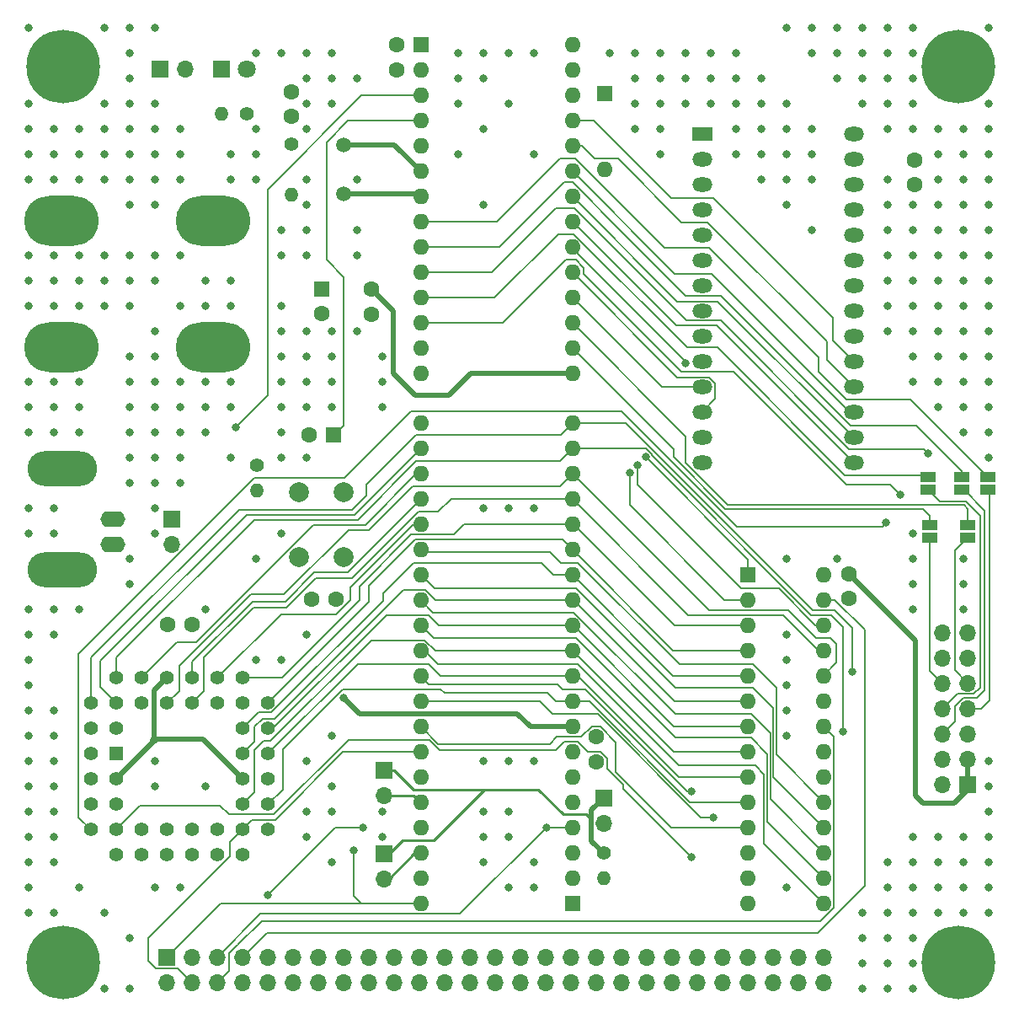
<source format=gbl>
G04 #@! TF.GenerationSoftware,KiCad,Pcbnew,7.0.10+1*
G04 #@! TF.CreationDate,2024-02-25T15:54:48+01:00*
G04 #@! TF.ProjectId,dd8_0v2,6464385f-3076-4322-9e6b-696361645f70,rev?*
G04 #@! TF.SameCoordinates,Original*
G04 #@! TF.FileFunction,Copper,L4,Bot*
G04 #@! TF.FilePolarity,Positive*
%FSLAX46Y46*%
G04 Gerber Fmt 4.6, Leading zero omitted, Abs format (unit mm)*
G04 Created by KiCad (PCBNEW 7.0.10+1) date 2024-02-25 15:54:48*
%MOMM*%
%LPD*%
G01*
G04 APERTURE LIST*
G04 #@! TA.AperFunction,ComponentPad*
%ADD10R,1.600000X1.600000*%
G04 #@! TD*
G04 #@! TA.AperFunction,ComponentPad*
%ADD11O,1.600000X1.600000*%
G04 #@! TD*
G04 #@! TA.AperFunction,ComponentPad*
%ADD12C,1.600000*%
G04 #@! TD*
G04 #@! TA.AperFunction,ComponentPad*
%ADD13C,7.400000*%
G04 #@! TD*
G04 #@! TA.AperFunction,ComponentPad*
%ADD14R,1.700000X1.700000*%
G04 #@! TD*
G04 #@! TA.AperFunction,ComponentPad*
%ADD15O,1.700000X1.700000*%
G04 #@! TD*
G04 #@! TA.AperFunction,ComponentPad*
%ADD16C,2.000000*%
G04 #@! TD*
G04 #@! TA.AperFunction,ComponentPad*
%ADD17C,1.400000*%
G04 #@! TD*
G04 #@! TA.AperFunction,ComponentPad*
%ADD18O,1.400000X1.400000*%
G04 #@! TD*
G04 #@! TA.AperFunction,ComponentPad*
%ADD19C,1.500000*%
G04 #@! TD*
G04 #@! TA.AperFunction,ComponentPad*
%ADD20R,2.000000X1.440000*%
G04 #@! TD*
G04 #@! TA.AperFunction,ComponentPad*
%ADD21O,2.000000X1.440000*%
G04 #@! TD*
G04 #@! TA.AperFunction,ComponentPad*
%ADD22R,1.800000X1.800000*%
G04 #@! TD*
G04 #@! TA.AperFunction,ComponentPad*
%ADD23C,1.800000*%
G04 #@! TD*
G04 #@! TA.AperFunction,ComponentPad*
%ADD24O,7.500000X5.000000*%
G04 #@! TD*
G04 #@! TA.AperFunction,ComponentPad*
%ADD25O,2.500000X1.600000*%
G04 #@! TD*
G04 #@! TA.AperFunction,ComponentPad*
%ADD26O,7.000000X3.500000*%
G04 #@! TD*
G04 #@! TA.AperFunction,ComponentPad*
%ADD27R,1.422400X1.422400*%
G04 #@! TD*
G04 #@! TA.AperFunction,ComponentPad*
%ADD28C,1.422400*%
G04 #@! TD*
G04 #@! TA.AperFunction,SMDPad,CuDef*
%ADD29R,1.500000X1.000000*%
G04 #@! TD*
G04 #@! TA.AperFunction,ViaPad*
%ADD30C,0.800000*%
G04 #@! TD*
G04 #@! TA.AperFunction,Conductor*
%ADD31C,0.508000*%
G04 #@! TD*
G04 #@! TA.AperFunction,Conductor*
%ADD32C,0.152400*%
G04 #@! TD*
G04 #@! TA.AperFunction,Conductor*
%ADD33C,0.254000*%
G04 #@! TD*
G04 APERTURE END LIST*
D10*
X123880000Y-125000000D03*
D11*
X123880000Y-127540000D03*
X123880000Y-130080000D03*
X123880000Y-132620000D03*
X123880000Y-135160000D03*
X123880000Y-137700000D03*
X123880000Y-140240000D03*
X123880000Y-142780000D03*
X123880000Y-145320000D03*
X123880000Y-147860000D03*
X123880000Y-150400000D03*
X123880000Y-152940000D03*
X123880000Y-155480000D03*
X123880000Y-158020000D03*
X131500000Y-158020000D03*
X131500000Y-155480000D03*
X131500000Y-152940000D03*
X131500000Y-150400000D03*
X131500000Y-147860000D03*
X131500000Y-145320000D03*
X131500000Y-142780000D03*
X131500000Y-140240000D03*
X131500000Y-137700000D03*
X131500000Y-135160000D03*
X131500000Y-132620000D03*
X131500000Y-130080000D03*
X131500000Y-127540000D03*
X131500000Y-125000000D03*
D12*
X65500000Y-130000000D03*
X68000000Y-130000000D03*
D13*
X55000000Y-74000000D03*
D12*
X134000000Y-124900000D03*
X134000000Y-127400000D03*
D14*
X109400000Y-147425000D03*
D15*
X109400000Y-149965000D03*
D16*
X78750000Y-123250000D03*
X78750000Y-116750000D03*
X83250000Y-123250000D03*
X83250000Y-116750000D03*
D10*
X82250000Y-111000000D03*
D12*
X79750000Y-111000000D03*
X140600000Y-83350000D03*
X140600000Y-85850000D03*
D14*
X66000000Y-119460000D03*
D15*
X66000000Y-122000000D03*
D14*
X146000000Y-146080000D03*
D15*
X143460000Y-146080000D03*
X146000000Y-143540000D03*
X143460000Y-143540000D03*
X146000000Y-141000000D03*
X143460000Y-141000000D03*
X146000000Y-138460000D03*
X143460000Y-138460000D03*
X146000000Y-135920000D03*
X143460000Y-135920000D03*
X146000000Y-133380000D03*
X143460000Y-133380000D03*
X146000000Y-130840000D03*
X143460000Y-130840000D03*
D13*
X55000000Y-164000000D03*
D17*
X109400000Y-153000000D03*
D18*
X109400000Y-155540000D03*
D13*
X145000000Y-164000000D03*
D19*
X83250000Y-86750000D03*
X83250000Y-81850000D03*
D20*
X119260000Y-80760000D03*
D21*
X119260000Y-83300000D03*
X119260000Y-85840000D03*
X119260000Y-88380000D03*
X119260000Y-90920000D03*
X119260000Y-93460000D03*
X119260000Y-96000000D03*
X119260000Y-98540000D03*
X119260000Y-101080000D03*
X119260000Y-103620000D03*
X119260000Y-106160000D03*
X119260000Y-108700000D03*
X119260000Y-111240000D03*
X119260000Y-113780000D03*
X134500000Y-113780000D03*
X134500000Y-111240000D03*
X134500000Y-108700000D03*
X134500000Y-106160000D03*
X134500000Y-103620000D03*
X134500000Y-101080000D03*
X134500000Y-98540000D03*
X134500000Y-96000000D03*
X134500000Y-93460000D03*
X134500000Y-90920000D03*
X134500000Y-88380000D03*
X134500000Y-85840000D03*
X134500000Y-83300000D03*
X134500000Y-80760000D03*
D10*
X106240000Y-158060000D03*
D11*
X106240000Y-155520000D03*
X106240000Y-152980000D03*
X106240000Y-150440000D03*
X106240000Y-147900000D03*
X106240000Y-145360000D03*
X106240000Y-142820000D03*
X106240000Y-140280000D03*
X106240000Y-137740000D03*
X106240000Y-135200000D03*
X106240000Y-132660000D03*
X106240000Y-130120000D03*
X106240000Y-127580000D03*
X106240000Y-125040000D03*
X106240000Y-122500000D03*
X106240000Y-119960000D03*
X106240000Y-117420000D03*
X106240000Y-114880000D03*
X106240000Y-112340000D03*
X106240000Y-109800000D03*
X91000000Y-109800000D03*
X91000000Y-112340000D03*
X91000000Y-114880000D03*
X91000000Y-117420000D03*
X91000000Y-119960000D03*
X91000000Y-122500000D03*
X91000000Y-125040000D03*
X91000000Y-127580000D03*
X91000000Y-130120000D03*
X91000000Y-132660000D03*
X91000000Y-135200000D03*
X91000000Y-137740000D03*
X91000000Y-140280000D03*
X91000000Y-142820000D03*
X91000000Y-145360000D03*
X91000000Y-147900000D03*
X91000000Y-150440000D03*
X91000000Y-152980000D03*
X91000000Y-155520000D03*
X91000000Y-158060000D03*
D22*
X70975000Y-74250000D03*
D23*
X73515000Y-74250000D03*
D10*
X109500000Y-76690000D03*
D11*
X109500000Y-84310000D03*
D13*
X145000000Y-74000000D03*
D14*
X87300000Y-144625000D03*
D15*
X87300000Y-147165000D03*
D10*
X91000000Y-71800000D03*
D11*
X91000000Y-74340000D03*
X91000000Y-76880000D03*
X91000000Y-79420000D03*
X91000000Y-81960000D03*
X91000000Y-84500000D03*
X91000000Y-87040000D03*
X91000000Y-89580000D03*
X91000000Y-92120000D03*
X91000000Y-94660000D03*
X91000000Y-97200000D03*
X91000000Y-99740000D03*
X91000000Y-102280000D03*
X91000000Y-104820000D03*
X106240000Y-104820000D03*
X106240000Y-102280000D03*
X106240000Y-99740000D03*
X106240000Y-97200000D03*
X106240000Y-94660000D03*
X106240000Y-92120000D03*
X106240000Y-89580000D03*
X106240000Y-87040000D03*
X106240000Y-84500000D03*
X106240000Y-81960000D03*
X106240000Y-79420000D03*
X106240000Y-76880000D03*
X106240000Y-74340000D03*
X106240000Y-71800000D03*
D14*
X87300000Y-153025000D03*
D15*
X87300000Y-155565000D03*
D24*
X54880000Y-89500000D03*
X70120000Y-89500000D03*
X54880000Y-102200000D03*
X70120000Y-102200000D03*
D25*
X60000000Y-119460000D03*
D26*
X54920000Y-124540000D03*
D25*
X60000000Y-122000000D03*
D26*
X54920000Y-114380000D03*
D12*
X86000000Y-96350000D03*
X86000000Y-98850000D03*
D17*
X78000000Y-81760000D03*
D18*
X78000000Y-86840000D03*
D14*
X65440000Y-163460000D03*
D15*
X65440000Y-166000000D03*
X67980000Y-163460000D03*
X67980000Y-166000000D03*
X70520000Y-163460000D03*
X70520000Y-166000000D03*
X73060000Y-163460000D03*
X73060000Y-166000000D03*
X75600000Y-163460000D03*
X75600000Y-166000000D03*
X78140000Y-163460000D03*
X78140000Y-166000000D03*
X80680000Y-163460000D03*
X80680000Y-166000000D03*
X83220000Y-163460000D03*
X83220000Y-166000000D03*
X85760000Y-163460000D03*
X85760000Y-166000000D03*
X88300000Y-163460000D03*
X88300000Y-166000000D03*
X90840000Y-163460000D03*
X90840000Y-166000000D03*
X93380000Y-163460000D03*
X93380000Y-166000000D03*
X95920000Y-163460000D03*
X95920000Y-166000000D03*
X98460000Y-163460000D03*
X98460000Y-166000000D03*
X101000000Y-163460000D03*
X101000000Y-166000000D03*
X103540000Y-163460000D03*
X103540000Y-166000000D03*
X106080000Y-163460000D03*
X106080000Y-166000000D03*
X108620000Y-163460000D03*
X108620000Y-166000000D03*
X111160000Y-163460000D03*
X111160000Y-166000000D03*
X113700000Y-163460000D03*
X113700000Y-166000000D03*
X116240000Y-163460000D03*
X116240000Y-166000000D03*
X118780000Y-163460000D03*
X118780000Y-166000000D03*
X121320000Y-163460000D03*
X121320000Y-166000000D03*
X123860000Y-163460000D03*
X123860000Y-166000000D03*
X126400000Y-163460000D03*
X126400000Y-166000000D03*
X128940000Y-163460000D03*
X128940000Y-166000000D03*
X131480000Y-163460000D03*
X131480000Y-166000000D03*
D12*
X82500000Y-127500000D03*
X80000000Y-127500000D03*
D17*
X74500000Y-114030000D03*
D18*
X74500000Y-116570000D03*
D12*
X88600000Y-74300000D03*
X88600000Y-71800000D03*
D27*
X60360000Y-142980000D03*
D28*
X57820000Y-145520000D03*
X60360000Y-145520000D03*
X57820000Y-148060000D03*
X60360000Y-148060000D03*
X57820000Y-150600000D03*
X60360000Y-153140000D03*
X60360000Y-150600000D03*
X62900000Y-153140000D03*
X62900000Y-150600000D03*
X65440000Y-153140000D03*
X65440000Y-150600000D03*
X67980000Y-153140000D03*
X67980000Y-150600000D03*
X70520000Y-153140000D03*
X70520000Y-150600000D03*
X73060000Y-153140000D03*
X75600000Y-150600000D03*
X73060000Y-150600000D03*
X75600000Y-148060000D03*
X73060000Y-148060000D03*
X75600000Y-145520000D03*
X73060000Y-145520000D03*
X75600000Y-142980000D03*
X73060000Y-142980000D03*
X75600000Y-140440000D03*
X73060000Y-140440000D03*
X75600000Y-137900000D03*
X73060000Y-135360000D03*
X73060000Y-137900000D03*
X70520000Y-135360000D03*
X70520000Y-137900000D03*
X67980000Y-135360000D03*
X67980000Y-137900000D03*
X65440000Y-135360000D03*
X65440000Y-137900000D03*
X62900000Y-135360000D03*
X62900000Y-137900000D03*
X60360000Y-135360000D03*
X57820000Y-137900000D03*
X60360000Y-137900000D03*
X57820000Y-140440000D03*
X60360000Y-140440000D03*
X57820000Y-142980000D03*
D12*
X78000000Y-79000000D03*
X78000000Y-76500000D03*
D17*
X73500000Y-78750000D03*
D18*
X70960000Y-78750000D03*
D12*
X108600000Y-141300000D03*
X108600000Y-143800000D03*
D14*
X64750000Y-74225000D03*
D15*
X67290000Y-74225000D03*
D10*
X81000000Y-96294888D03*
D12*
X81000000Y-98794888D03*
D29*
X142000000Y-115200000D03*
X142000000Y-116500000D03*
X145400000Y-115200000D03*
X145400000Y-116500000D03*
X142200000Y-120000000D03*
X142200000Y-121300000D03*
X148000000Y-115200000D03*
X148000000Y-116500000D03*
X146000000Y-120000000D03*
X146000000Y-121300000D03*
D30*
X130315000Y-85315000D03*
X140475000Y-156435000D03*
X87135000Y-108175000D03*
X140475000Y-87855000D03*
X64275000Y-113255000D03*
X51575000Y-146275000D03*
X132855000Y-75155000D03*
X99835000Y-118335000D03*
X59195000Y-158975000D03*
X117615000Y-72615000D03*
X127775000Y-87855000D03*
X145555000Y-125955000D03*
X127775000Y-133575000D03*
X140475000Y-123415000D03*
X122695000Y-82775000D03*
X87135000Y-103095000D03*
X140475000Y-98015000D03*
X132855000Y-72615000D03*
X79515000Y-105635000D03*
X140475000Y-151355000D03*
X127775000Y-131035000D03*
X97295000Y-80235000D03*
X64275000Y-100555000D03*
X140475000Y-166595000D03*
X66815000Y-80235000D03*
X59195000Y-82775000D03*
X148095000Y-110715000D03*
X140475000Y-158975000D03*
X76975000Y-90395000D03*
X54115000Y-151355000D03*
X148095000Y-92935000D03*
X69355000Y-98015000D03*
X145555000Y-108175000D03*
X143015000Y-82775000D03*
X125235000Y-82775000D03*
X61735000Y-105635000D03*
X74435000Y-123415000D03*
X51575000Y-82775000D03*
X125235000Y-77695000D03*
X97295000Y-143735000D03*
X143015000Y-98015000D03*
X140475000Y-105635000D03*
X79515000Y-100555000D03*
X51575000Y-148815000D03*
X82055000Y-75155000D03*
X56655000Y-110715000D03*
X64275000Y-146275000D03*
X145555000Y-156435000D03*
X140475000Y-90395000D03*
X97295000Y-118335000D03*
X82055000Y-146275000D03*
X69355000Y-146275000D03*
X66815000Y-115795000D03*
X56655000Y-108175000D03*
X145555000Y-95475000D03*
X87135000Y-105635000D03*
X56655000Y-95475000D03*
X61735000Y-125955000D03*
X71895000Y-82775000D03*
X145555000Y-85315000D03*
X135395000Y-70075000D03*
X120155000Y-77695000D03*
X64275000Y-105635000D03*
X125235000Y-85315000D03*
X135395000Y-158975000D03*
X148095000Y-90395000D03*
X79515000Y-131035000D03*
X132855000Y-70075000D03*
X74435000Y-72615000D03*
X102375000Y-118335000D03*
X54115000Y-105635000D03*
X66815000Y-110715000D03*
X76975000Y-72615000D03*
X127775000Y-82775000D03*
X76975000Y-92935000D03*
X137935000Y-92935000D03*
X143015000Y-108175000D03*
X140475000Y-128495000D03*
X61735000Y-166595000D03*
X82055000Y-141195000D03*
X61735000Y-75155000D03*
X54115000Y-82775000D03*
X127775000Y-141195000D03*
X84595000Y-92935000D03*
X102375000Y-156435000D03*
X69355000Y-95475000D03*
X135395000Y-72615000D03*
X54115000Y-128495000D03*
X76975000Y-100555000D03*
X143015000Y-92935000D03*
X56655000Y-85315000D03*
X140475000Y-161515000D03*
X64275000Y-95475000D03*
X97295000Y-151355000D03*
X140475000Y-92935000D03*
X66815000Y-108175000D03*
X94755000Y-77695000D03*
X143015000Y-151355000D03*
X94755000Y-75155000D03*
X97295000Y-72615000D03*
X79515000Y-80235000D03*
X64275000Y-87855000D03*
X102375000Y-153895000D03*
X145555000Y-105635000D03*
X97295000Y-148815000D03*
X56655000Y-105635000D03*
X51575000Y-110715000D03*
X145555000Y-158975000D03*
X61735000Y-98015000D03*
X51575000Y-133575000D03*
X51575000Y-108175000D03*
X54115000Y-110715000D03*
X99835000Y-143735000D03*
X140475000Y-70075000D03*
X59195000Y-92935000D03*
X76975000Y-133575000D03*
X102375000Y-143735000D03*
X71895000Y-108175000D03*
X122695000Y-77695000D03*
X69355000Y-108175000D03*
X61735000Y-70075000D03*
X79515000Y-90395000D03*
X148095000Y-98015000D03*
X64275000Y-103095000D03*
X51575000Y-128495000D03*
X51575000Y-151355000D03*
X71895000Y-98015000D03*
X61735000Y-161515000D03*
X64275000Y-156435000D03*
X76975000Y-113255000D03*
X61735000Y-82775000D03*
X54115000Y-138655000D03*
X61735000Y-72615000D03*
X66815000Y-82775000D03*
X140475000Y-120875000D03*
X143015000Y-100555000D03*
X51575000Y-156435000D03*
X127775000Y-138655000D03*
X51575000Y-131035000D03*
X120155000Y-75155000D03*
X51575000Y-98015000D03*
X112535000Y-77695000D03*
X74435000Y-133575000D03*
X61735000Y-77695000D03*
X79515000Y-143735000D03*
X82055000Y-72615000D03*
X145555000Y-90395000D03*
X97295000Y-75155000D03*
X84595000Y-100555000D03*
X140475000Y-80235000D03*
X137935000Y-156435000D03*
X76975000Y-120875000D03*
X66815000Y-98015000D03*
X51575000Y-105635000D03*
X76975000Y-105635000D03*
X87135000Y-148815000D03*
X137935000Y-87855000D03*
X51575000Y-92935000D03*
X125235000Y-80235000D03*
X99835000Y-151355000D03*
X99835000Y-77695000D03*
X64275000Y-80235000D03*
X82055000Y-108175000D03*
X66815000Y-113255000D03*
X115075000Y-80235000D03*
X79515000Y-151355000D03*
X79515000Y-108175000D03*
X122695000Y-72615000D03*
X51575000Y-136115000D03*
X71895000Y-85315000D03*
X74435000Y-82775000D03*
X137935000Y-161515000D03*
X117615000Y-75155000D03*
X54115000Y-95475000D03*
X82055000Y-148815000D03*
X135395000Y-161515000D03*
X145555000Y-87855000D03*
X61735000Y-87855000D03*
X61735000Y-123415000D03*
X145555000Y-153895000D03*
X76975000Y-98015000D03*
X59195000Y-77695000D03*
X137935000Y-70075000D03*
X61735000Y-95475000D03*
X143015000Y-103095000D03*
X97295000Y-87855000D03*
X102375000Y-72615000D03*
X84595000Y-90395000D03*
X140475000Y-72615000D03*
X122695000Y-80235000D03*
X145555000Y-80235000D03*
X61735000Y-103095000D03*
X74435000Y-85315000D03*
X99835000Y-156435000D03*
X145555000Y-103095000D03*
X66815000Y-85315000D03*
X102375000Y-82775000D03*
X64275000Y-70075000D03*
X145555000Y-128495000D03*
X61735000Y-85315000D03*
X137935000Y-166595000D03*
X148095000Y-151355000D03*
X54115000Y-92935000D03*
X64275000Y-118335000D03*
X122695000Y-75155000D03*
X140475000Y-103095000D03*
X148095000Y-148815000D03*
X137935000Y-98015000D03*
X54115000Y-120875000D03*
X143015000Y-105635000D03*
X97295000Y-153895000D03*
X79515000Y-92935000D03*
X145555000Y-100555000D03*
X59195000Y-80235000D03*
X135395000Y-164055000D03*
X79515000Y-148815000D03*
X71895000Y-105635000D03*
X127775000Y-123415000D03*
X66815000Y-156435000D03*
X148095000Y-85315000D03*
X148095000Y-146275000D03*
X120155000Y-72615000D03*
X148095000Y-153895000D03*
X64275000Y-82775000D03*
X82055000Y-103095000D03*
X51575000Y-70075000D03*
X54115000Y-108175000D03*
X148095000Y-113255000D03*
X51575000Y-138655000D03*
X79515000Y-103095000D03*
X137935000Y-153895000D03*
X143015000Y-158975000D03*
X127775000Y-77695000D03*
X82055000Y-153895000D03*
X54115000Y-118335000D03*
X143015000Y-90395000D03*
X148095000Y-77695000D03*
X71895000Y-95475000D03*
X69355000Y-105635000D03*
X127775000Y-85315000D03*
X66815000Y-105635000D03*
X84595000Y-75155000D03*
X64275000Y-77695000D03*
X71895000Y-113255000D03*
X76975000Y-110715000D03*
X64275000Y-143735000D03*
X137935000Y-100555000D03*
X51575000Y-120875000D03*
X82055000Y-100555000D03*
X148095000Y-108175000D03*
X64275000Y-110715000D03*
X148095000Y-158975000D03*
X51575000Y-80235000D03*
X140475000Y-164055000D03*
X51575000Y-158975000D03*
X51575000Y-95475000D03*
X148095000Y-70075000D03*
X143015000Y-156435000D03*
X56655000Y-156435000D03*
X137935000Y-75155000D03*
X54115000Y-143735000D03*
X61735000Y-113255000D03*
X140475000Y-95475000D03*
X130315000Y-82775000D03*
X117615000Y-77695000D03*
X132855000Y-123415000D03*
X51575000Y-118335000D03*
X148095000Y-100555000D03*
X99835000Y-72615000D03*
X137935000Y-158975000D03*
X130315000Y-80235000D03*
X54115000Y-141195000D03*
X143015000Y-153895000D03*
X54115000Y-80235000D03*
X145555000Y-98015000D03*
X59195000Y-95475000D03*
X56655000Y-82775000D03*
X135395000Y-166595000D03*
X140475000Y-77695000D03*
X87135000Y-151355000D03*
X59195000Y-98015000D03*
X145555000Y-110715000D03*
X137935000Y-85315000D03*
X145555000Y-92935000D03*
X51575000Y-153895000D03*
X137935000Y-164055000D03*
X148095000Y-156435000D03*
X137935000Y-80235000D03*
X145555000Y-123415000D03*
X64275000Y-92935000D03*
X148095000Y-103095000D03*
X94755000Y-82775000D03*
X54115000Y-158975000D03*
X76975000Y-103095000D03*
X127775000Y-70075000D03*
X79515000Y-77695000D03*
X148095000Y-143735000D03*
X143015000Y-85315000D03*
X79515000Y-75155000D03*
X99835000Y-148815000D03*
X59195000Y-166595000D03*
X145555000Y-151355000D03*
X84595000Y-85315000D03*
X145555000Y-82775000D03*
X64275000Y-120875000D03*
X54115000Y-146275000D03*
X115075000Y-77695000D03*
X64275000Y-85315000D03*
X79515000Y-113255000D03*
X54115000Y-98015000D03*
X64275000Y-108175000D03*
X140475000Y-100555000D03*
X143015000Y-95475000D03*
X127775000Y-156435000D03*
X137935000Y-90395000D03*
X135395000Y-77695000D03*
X56655000Y-128495000D03*
X137935000Y-95475000D03*
X51575000Y-143735000D03*
X82055000Y-105635000D03*
X135395000Y-75155000D03*
X69355000Y-110715000D03*
X59195000Y-70075000D03*
X76975000Y-108175000D03*
X82055000Y-77695000D03*
X109995000Y-72615000D03*
X54115000Y-148815000D03*
X54115000Y-131035000D03*
X79515000Y-85315000D03*
X51575000Y-141195000D03*
X66815000Y-92935000D03*
X137935000Y-77695000D03*
X143015000Y-87855000D03*
X56655000Y-98015000D03*
X127775000Y-136115000D03*
X64275000Y-115795000D03*
X148095000Y-105635000D03*
X148095000Y-87855000D03*
X56655000Y-80235000D03*
X112535000Y-75155000D03*
X74435000Y-80235000D03*
X51575000Y-85315000D03*
X61735000Y-110715000D03*
X56655000Y-92935000D03*
X94755000Y-72615000D03*
X54115000Y-153895000D03*
X115075000Y-82775000D03*
X115075000Y-72615000D03*
X148095000Y-82775000D03*
X69355000Y-128495000D03*
X79515000Y-72615000D03*
X125235000Y-75155000D03*
X143015000Y-80235000D03*
X127775000Y-80235000D03*
X140475000Y-125955000D03*
X140475000Y-75155000D03*
X140475000Y-153895000D03*
X112535000Y-80235000D03*
X61735000Y-108175000D03*
X148095000Y-80235000D03*
X61735000Y-80235000D03*
X51575000Y-77695000D03*
X61735000Y-92935000D03*
X112535000Y-72615000D03*
X79515000Y-87855000D03*
X148095000Y-95475000D03*
X130315000Y-72615000D03*
X137935000Y-72615000D03*
X54115000Y-85315000D03*
X130315000Y-90395000D03*
X130315000Y-70075000D03*
X59195000Y-85315000D03*
X61735000Y-115795000D03*
X115075000Y-75155000D03*
X84208000Y-152692000D03*
X83222000Y-137422000D03*
X64200000Y-141600000D03*
X103600000Y-150400000D03*
X75600000Y-157200000D03*
X85200000Y-150400000D03*
X120400000Y-149400000D03*
X118200000Y-146800000D03*
X117600000Y-103800000D03*
X133400000Y-140800000D03*
X134400000Y-134800000D03*
X112000000Y-114800000D03*
X112800000Y-114000000D03*
X113600000Y-113200000D03*
X142000000Y-112800000D03*
X139200000Y-117000000D03*
X72400000Y-110200000D03*
X118200000Y-153400000D03*
X137800000Y-119800000D03*
D31*
X83250000Y-81850000D02*
X88350000Y-81850000D01*
X88350000Y-81850000D02*
X91000000Y-84500000D01*
D32*
X91000000Y-79420000D02*
X83680000Y-79420000D01*
X84208000Y-157268000D02*
X85000000Y-158060000D01*
X91000000Y-158060000D02*
X85000000Y-158060000D01*
X84208000Y-152692000D02*
X84208000Y-157268000D01*
X81500000Y-81600000D02*
X81500000Y-93400000D01*
X81500000Y-93400000D02*
X83200000Y-95100000D01*
X70840000Y-158060000D02*
X65440000Y-163460000D01*
X83200000Y-95100000D02*
X83200000Y-110050000D01*
X83200000Y-110050000D02*
X82250000Y-111000000D01*
X85000000Y-158060000D02*
X70840000Y-158060000D01*
X83680000Y-79420000D02*
X81500000Y-81600000D01*
D31*
X140700000Y-131600000D02*
X140700000Y-147200000D01*
X100713892Y-139000000D02*
X101993892Y-140280000D01*
X101993892Y-140280000D02*
X106240000Y-140280000D01*
D33*
X102800000Y-146600000D02*
X105300000Y-149100000D01*
X87800000Y-153025000D02*
X89125000Y-151700000D01*
X97400000Y-146600000D02*
X102800000Y-146600000D01*
D31*
X108143600Y-149600000D02*
X108143600Y-151743600D01*
X64357600Y-141557600D02*
X64400000Y-141600000D01*
X93800000Y-107000000D02*
X95980000Y-104820000D01*
X64200000Y-141435200D02*
X64322400Y-141557600D01*
X64400000Y-141600000D02*
X64442400Y-141557600D01*
X88200000Y-98550000D02*
X88200000Y-104800000D01*
X141500000Y-148000000D02*
X144600000Y-148000000D01*
X90400000Y-107000000D02*
X93800000Y-107000000D01*
D33*
X107643600Y-149100000D02*
X108143600Y-149600000D01*
D31*
X86000000Y-96350000D02*
X88200000Y-98550000D01*
D33*
X87300000Y-144625000D02*
X88325000Y-144625000D01*
X105300000Y-149100000D02*
X107643600Y-149100000D01*
D31*
X64322400Y-141557600D02*
X60360000Y-145520000D01*
X146000000Y-146600000D02*
X146000000Y-146080000D01*
D33*
X89125000Y-151700000D02*
X92300000Y-151700000D01*
D31*
X140700000Y-147200000D02*
X141500000Y-148000000D01*
X88200000Y-104800000D02*
X90400000Y-107000000D01*
X108143600Y-148681400D02*
X108143600Y-149600000D01*
X83222000Y-137422000D02*
X84800000Y-139000000D01*
D33*
X92300000Y-151700000D02*
X97400000Y-146600000D01*
D31*
X95980000Y-104820000D02*
X106240000Y-104820000D01*
D33*
X87300000Y-153025000D02*
X87800000Y-153025000D01*
D31*
X64442400Y-141557600D02*
X69097600Y-141557600D01*
X65440000Y-135360000D02*
X64200000Y-136600000D01*
D33*
X90300000Y-146600000D02*
X97600000Y-146600000D01*
D31*
X64200000Y-136600000D02*
X64200000Y-141435200D01*
X64322400Y-141557600D02*
X64357600Y-141557600D01*
X69097600Y-141557600D02*
X73060000Y-145520000D01*
X134000000Y-124900000D02*
X140700000Y-131600000D01*
X108143600Y-151743600D02*
X109400000Y-153000000D01*
X84800000Y-139000000D02*
X100713892Y-139000000D01*
D33*
X88325000Y-144625000D02*
X90300000Y-146600000D01*
D31*
X146000000Y-146080000D02*
X146000000Y-143540000D01*
X144600000Y-148000000D02*
X146000000Y-146600000D01*
X109400000Y-147425000D02*
X108143600Y-148681400D01*
D32*
X94911400Y-159088600D02*
X74891400Y-159088600D01*
X106240000Y-150440000D02*
X103600000Y-150400000D01*
X103600000Y-150400000D02*
X103640000Y-150440000D01*
X103600000Y-150400000D02*
X94911400Y-159088600D01*
X74891400Y-159088600D02*
X70520000Y-163460000D01*
X63600000Y-161520200D02*
X71800000Y-153320200D01*
X64361400Y-164538600D02*
X63600000Y-163777200D01*
X71800000Y-153320200D02*
X71800000Y-151860000D01*
X71800000Y-151860000D02*
X73060000Y-150600000D01*
X73060000Y-150600000D02*
X73999800Y-149660200D01*
X83180000Y-142820000D02*
X91000000Y-142820000D01*
X67980000Y-166000000D02*
X66518600Y-164538600D01*
X76339800Y-149660200D02*
X83180000Y-142820000D01*
X63600000Y-163777200D02*
X63600000Y-161520200D01*
X66518600Y-164538600D02*
X64361400Y-164538600D01*
X73999800Y-149660200D02*
X76339800Y-149660200D01*
X132528600Y-158446061D02*
X132528600Y-141268600D01*
X72522686Y-162200000D02*
X72600000Y-162200000D01*
X72600000Y-162200000D02*
X75000000Y-159800000D01*
X71700000Y-164820000D02*
X71700000Y-163022686D01*
X70520000Y-166000000D02*
X71700000Y-164820000D01*
X132528600Y-141268600D02*
X131500000Y-140240000D01*
X75000000Y-159800000D02*
X131174661Y-159800000D01*
X131174661Y-159800000D02*
X132528600Y-158446061D01*
X71700000Y-163022686D02*
X72522686Y-162200000D01*
X130902856Y-161000000D02*
X75520000Y-161000000D01*
X75520000Y-161000000D02*
X73060000Y-163460000D01*
X135628600Y-130537230D02*
X135628600Y-156274256D01*
X132631370Y-127540000D02*
X135628600Y-130537230D01*
X135628600Y-156274256D02*
X130902856Y-161000000D01*
X131500000Y-127540000D02*
X132631370Y-127540000D01*
X85200000Y-150400000D02*
X82400000Y-150400000D01*
X82400000Y-150400000D02*
X75600000Y-157200000D01*
X90940000Y-150500000D02*
X91000000Y-150440000D01*
X109026061Y-140271400D02*
X110600000Y-141845339D01*
X116150000Y-150400000D02*
X110600000Y-144850000D01*
X123880000Y-150400000D02*
X116150000Y-150400000D01*
X108173939Y-140271400D02*
X109026061Y-140271400D01*
X119260000Y-106160000D02*
X115200000Y-106160000D01*
X115200000Y-106160000D02*
X106240000Y-97200000D01*
X92720000Y-142000000D02*
X91000000Y-140280000D01*
X110600000Y-141845339D02*
X110600000Y-144850000D01*
X104656739Y-141308600D02*
X107136739Y-141308600D01*
X107136739Y-141308600D02*
X108173939Y-140271400D01*
X103965339Y-142000000D02*
X104656739Y-141308600D01*
X103965339Y-142000000D02*
X92720000Y-142000000D01*
X108768948Y-139000000D02*
X119168948Y-149400000D01*
X106240000Y-94660000D02*
X116780000Y-105200000D01*
X104250000Y-139000000D02*
X108768948Y-139000000D01*
X120600000Y-105800000D02*
X120600000Y-107360000D01*
X120000000Y-105200000D02*
X120600000Y-105800000D01*
X91000000Y-137740000D02*
X102990000Y-137740000D01*
X116780000Y-105200000D02*
X120000000Y-105200000D01*
X102990000Y-137740000D02*
X104250000Y-139000000D01*
X119168948Y-149400000D02*
X120400000Y-149400000D01*
X120600000Y-107360000D02*
X119260000Y-108700000D01*
X104750000Y-136000000D02*
X91800000Y-136000000D01*
X91800000Y-136000000D02*
X91000000Y-135200000D01*
X118200000Y-146800000D02*
X117800000Y-146800000D01*
X106240000Y-92120000D02*
X106240000Y-92221523D01*
X107500000Y-136500000D02*
X105250000Y-136500000D01*
X106240000Y-92221523D02*
X117600000Y-103581523D01*
X105250000Y-136500000D02*
X104750000Y-136000000D01*
X117800000Y-146800000D02*
X107500000Y-136500000D01*
X125518200Y-152038200D02*
X125518200Y-145118200D01*
X116947330Y-144200000D02*
X106747330Y-134000000D01*
X116660000Y-100000000D02*
X106240000Y-89580000D01*
X124600000Y-144200000D02*
X116947330Y-144200000D01*
X120720000Y-100000000D02*
X116660000Y-100000000D01*
X106747330Y-134000000D02*
X92710000Y-134000000D01*
X131500000Y-158020000D02*
X125518200Y-152038200D01*
X92710000Y-134000000D02*
X91370000Y-132660000D01*
X91370000Y-132660000D02*
X91000000Y-132660000D01*
X134500000Y-113780000D02*
X120720000Y-100000000D01*
X125518200Y-145118200D02*
X124600000Y-144200000D01*
X118578477Y-97600000D02*
X118587077Y-97591400D01*
X92280000Y-131400000D02*
X91000000Y-130120000D01*
X106600000Y-131400000D02*
X92280000Y-131400000D01*
X124177330Y-141400000D02*
X116600000Y-141400000D01*
X125823000Y-149803000D02*
X125823000Y-143045670D01*
X116600000Y-141400000D02*
X106600000Y-131400000D01*
X118587077Y-97591400D02*
X120851400Y-97591400D01*
X131500000Y-155480000D02*
X125823000Y-149803000D01*
X106240000Y-87040000D02*
X116800000Y-97600000D01*
X116800000Y-97600000D02*
X118578477Y-97600000D01*
X125823000Y-143045670D02*
X124177330Y-141400000D01*
X120851400Y-97591400D02*
X134500000Y-111240000D01*
X116574661Y-139000000D02*
X106374661Y-128800000D01*
X131500000Y-152940000D02*
X126127800Y-147567800D01*
X120200000Y-94800000D02*
X116540000Y-94800000D01*
X134500000Y-108700000D02*
X134100000Y-108700000D01*
X92220000Y-128800000D02*
X91000000Y-127580000D01*
X126127800Y-147567800D02*
X126127800Y-140927800D01*
X124200000Y-139000000D02*
X116574661Y-139000000D01*
X126127800Y-140927800D02*
X124200000Y-139000000D01*
X106374661Y-128800000D02*
X92220000Y-128800000D01*
X116540000Y-94800000D02*
X106240000Y-84500000D01*
X134100000Y-108700000D02*
X120200000Y-94800000D01*
X117200000Y-89600000D02*
X119800000Y-89600000D01*
X119800000Y-89600000D02*
X131800000Y-101600000D01*
X92360000Y-126400000D02*
X91000000Y-125040000D01*
X126432600Y-138432600D02*
X124400000Y-136400000D01*
X116600000Y-136400000D02*
X106600000Y-126400000D01*
X131800000Y-103460000D02*
X134500000Y-106160000D01*
X110803731Y-83203731D02*
X117200000Y-89600000D01*
X124400000Y-136400000D02*
X116600000Y-136400000D01*
X108471400Y-83203731D02*
X110803731Y-83203731D01*
X106600000Y-126400000D02*
X92360000Y-126400000D01*
X106240000Y-81960000D02*
X107227669Y-81960000D01*
X107227669Y-81960000D02*
X108471400Y-83203731D01*
X131500000Y-150400000D02*
X126432600Y-145332600D01*
X126432600Y-145332600D02*
X126432600Y-138432600D01*
X131800000Y-101600000D02*
X131800000Y-103460000D01*
X132400000Y-101520000D02*
X132400000Y-99200000D01*
X126737400Y-136337400D02*
X124400000Y-134000000D01*
X120400000Y-87200000D02*
X116200000Y-87200000D01*
X108420000Y-79420000D02*
X106240000Y-79420000D01*
X91200000Y-122700000D02*
X91000000Y-122500000D01*
X106800000Y-123800000D02*
X105100000Y-123800000D01*
X132400000Y-99200000D02*
X120400000Y-87200000D01*
X116200000Y-87200000D02*
X108420000Y-79420000D01*
X126737400Y-143097400D02*
X126737400Y-136337400D01*
X117000000Y-134000000D02*
X106800000Y-123800000D01*
X131500000Y-147860000D02*
X126737400Y-143097400D01*
X124400000Y-134000000D02*
X117000000Y-134000000D01*
X104000000Y-122700000D02*
X91200000Y-122700000D01*
X105100000Y-123800000D02*
X104000000Y-122700000D01*
X134500000Y-103620000D02*
X132400000Y-101520000D01*
X93000000Y-136500000D02*
X83128000Y-136500000D01*
X77096000Y-142532000D02*
X77096000Y-146614000D01*
X106240000Y-137740000D02*
X107940000Y-137740000D01*
X77096000Y-146614000D02*
X75650000Y-148060000D01*
X104540000Y-137740000D02*
X103700000Y-136900000D01*
X118060000Y-147860000D02*
X123880000Y-147860000D01*
X93400000Y-136900000D02*
X93000000Y-136500000D01*
X106240000Y-137740000D02*
X104540000Y-137740000D01*
X107940000Y-137740000D02*
X118060000Y-147860000D01*
X103700000Y-136900000D02*
X93400000Y-136900000D01*
X83128000Y-136500000D02*
X77096000Y-142532000D01*
X116920000Y-145320000D02*
X106800000Y-135200000D01*
X91750000Y-134000000D02*
X92950000Y-135200000D01*
X92950000Y-135200000D02*
X106240000Y-135200000D01*
X106800000Y-135200000D02*
X106240000Y-135200000D01*
X75650000Y-142980000D02*
X84630000Y-134000000D01*
X123880000Y-145320000D02*
X116920000Y-145320000D01*
X84630000Y-134000000D02*
X91750000Y-134000000D01*
X86000000Y-131600000D02*
X75900000Y-141700000D01*
X75900000Y-141700000D02*
X75200000Y-141700000D01*
X123880000Y-142780000D02*
X116380000Y-142780000D01*
X74300000Y-146870000D02*
X73110000Y-148060000D01*
X92454661Y-132660000D02*
X91394661Y-131600000D01*
X74300000Y-142600000D02*
X74300000Y-146870000D01*
X91394661Y-131600000D02*
X86000000Y-131600000D01*
X116380000Y-142780000D02*
X106260000Y-132660000D01*
X106240000Y-132660000D02*
X92454661Y-132660000D01*
X106260000Y-132660000D02*
X106240000Y-132660000D01*
X75200000Y-141700000D02*
X74300000Y-142600000D01*
X92820000Y-130120000D02*
X106240000Y-130120000D01*
X91791400Y-129091400D02*
X92820000Y-130120000D01*
X116440000Y-140240000D02*
X123880000Y-140240000D01*
X76160000Y-140440000D02*
X87508600Y-129091400D01*
X75650000Y-140440000D02*
X76160000Y-140440000D01*
X87508600Y-129091400D02*
X91791400Y-129091400D01*
X106240000Y-130120000D02*
X106320000Y-130120000D01*
X106320000Y-130120000D02*
X116440000Y-140240000D01*
X89248600Y-126551400D02*
X76300000Y-139500000D01*
X75100000Y-139500000D02*
X74300000Y-140300000D01*
X92454661Y-127580000D02*
X91426061Y-126551400D01*
X74300000Y-140300000D02*
X74300000Y-141790000D01*
X106380000Y-127580000D02*
X106240000Y-127580000D01*
X91426061Y-126551400D02*
X89248600Y-126551400D01*
X74300000Y-141790000D02*
X73110000Y-142980000D01*
X76300000Y-139500000D02*
X75100000Y-139500000D01*
X123880000Y-137700000D02*
X116500000Y-137700000D01*
X106240000Y-127580000D02*
X92454661Y-127580000D01*
X116500000Y-137700000D02*
X106380000Y-127580000D01*
X73110000Y-140440000D02*
X74710200Y-138839800D01*
X90300000Y-123800000D02*
X103100000Y-123800000D01*
X74710200Y-138839800D02*
X75989278Y-138839800D01*
X103100000Y-123800000D02*
X104340000Y-125040000D01*
X104340000Y-125040000D02*
X106240000Y-125040000D01*
X106240000Y-125040000D02*
X116360000Y-135160000D01*
X87200000Y-126900000D02*
X90300000Y-123800000D01*
X87200000Y-127629078D02*
X87200000Y-126900000D01*
X75989278Y-138839800D02*
X87200000Y-127629078D01*
X116360000Y-135160000D02*
X123880000Y-135160000D01*
X106240000Y-122500000D02*
X105211400Y-121471400D01*
X116360000Y-132620000D02*
X106240000Y-122500000D01*
X123880000Y-132620000D02*
X116360000Y-132620000D01*
X85800000Y-127750000D02*
X75650000Y-137900000D01*
X105211400Y-121471400D02*
X90428600Y-121471400D01*
X90428600Y-121471400D02*
X85800000Y-126100000D01*
X85800000Y-126100000D02*
X85800000Y-127750000D01*
X84800000Y-126200000D02*
X90011400Y-120988600D01*
X77040000Y-135360000D02*
X84800000Y-127600000D01*
X95340000Y-119960000D02*
X106240000Y-119960000D01*
X94311400Y-120988600D02*
X95340000Y-119960000D01*
X90011400Y-120988600D02*
X94311400Y-120988600D01*
X106240000Y-119960000D02*
X106360000Y-119960000D01*
X116480000Y-130080000D02*
X123880000Y-130080000D01*
X106360000Y-119960000D02*
X116480000Y-130080000D01*
X84800000Y-127600000D02*
X84800000Y-126200000D01*
X73110000Y-135360000D02*
X77040000Y-135360000D01*
X106240000Y-117420000D02*
X117871400Y-129051400D01*
X131020000Y-132620000D02*
X131500000Y-132620000D01*
X94030000Y-117420000D02*
X106240000Y-117420000D01*
X117871400Y-129051400D02*
X127451400Y-129051400D01*
X84100000Y-125400000D02*
X90800000Y-118700000D01*
X77500000Y-128300000D02*
X80400000Y-125400000D01*
X69200000Y-136730000D02*
X69200000Y-133300000D01*
X90800000Y-118700000D02*
X92750000Y-118700000D01*
X69200000Y-133300000D02*
X74200000Y-128300000D01*
X92750000Y-118700000D02*
X94030000Y-117420000D01*
X74200000Y-128300000D02*
X77500000Y-128300000D01*
X80400000Y-125400000D02*
X84100000Y-125400000D01*
X68030000Y-137900000D02*
X69200000Y-136730000D01*
X127451400Y-129051400D02*
X131020000Y-132620000D01*
X131500000Y-135160000D02*
X132800000Y-133860000D01*
X132200000Y-131400000D02*
X130711052Y-131400000D01*
X130711052Y-131400000D02*
X127911052Y-128600000D01*
X66700000Y-134200000D02*
X66700000Y-136690000D01*
X90150000Y-116100000D02*
X85750000Y-120500000D01*
X105020000Y-116100000D02*
X90150000Y-116100000D01*
X106280000Y-114880000D02*
X106240000Y-114880000D01*
X77250000Y-127000000D02*
X73900000Y-127000000D01*
X127911052Y-128600000D02*
X120000000Y-128600000D01*
X106240000Y-114880000D02*
X105020000Y-116100000D01*
X132800000Y-133860000D02*
X132800000Y-132000000D01*
X120000000Y-128600000D02*
X106280000Y-114880000D01*
X66700000Y-136690000D02*
X65490000Y-137900000D01*
X73900000Y-127000000D02*
X66700000Y-134200000D01*
X132800000Y-132000000D02*
X132200000Y-131400000D01*
X85750000Y-120500000D02*
X83750000Y-120500000D01*
X83750000Y-120500000D02*
X77250000Y-127000000D01*
X106240000Y-112340000D02*
X113628975Y-112340000D01*
X130251400Y-129051400D02*
X132220348Y-129051400D01*
X114228600Y-113028600D02*
X130251400Y-129051400D01*
X90550000Y-113600000D02*
X84650000Y-119500000D01*
X113628975Y-112340000D02*
X114228600Y-112939625D01*
X133400000Y-130231052D02*
X133400000Y-140800000D01*
X114228600Y-112939625D02*
X114228600Y-113028600D01*
X106240000Y-112340000D02*
X104980000Y-113600000D01*
X104980000Y-113600000D02*
X90550000Y-113600000D01*
X84650000Y-119500000D02*
X74270000Y-119500000D01*
X74270000Y-119500000D02*
X60410000Y-133360000D01*
X60410000Y-133360000D02*
X60410000Y-135360000D01*
X132220348Y-129051400D02*
X133400000Y-130231052D01*
X57870000Y-137900000D02*
X57870000Y-133330000D01*
X84079474Y-118500000D02*
X85500000Y-117079474D01*
X85500000Y-116000000D02*
X90500000Y-111000000D01*
X130431052Y-128600000D02*
X132600000Y-128600000D01*
X106240000Y-109800000D02*
X111631052Y-109800000D01*
X134400000Y-130400000D02*
X134400000Y-134800000D01*
X85500000Y-117079474D02*
X85500000Y-116000000D01*
X90500000Y-111000000D02*
X105040000Y-111000000D01*
X111631052Y-109800000D02*
X130431052Y-128600000D01*
X72700000Y-118500000D02*
X84079474Y-118500000D01*
X57870000Y-133330000D02*
X72700000Y-118500000D01*
X105040000Y-111000000D02*
X106240000Y-109800000D01*
X132600000Y-128600000D02*
X134400000Y-130400000D01*
X112000000Y-118000000D02*
X121540000Y-127540000D01*
X60410000Y-137900000D02*
X58800000Y-136290000D01*
X58800000Y-136290000D02*
X58800000Y-133700000D01*
X112000000Y-114800000D02*
X112000000Y-118000000D01*
X73500000Y-119000000D02*
X84340000Y-119000000D01*
X121540000Y-127540000D02*
X123880000Y-127540000D01*
X58800000Y-133700000D02*
X73500000Y-119000000D01*
X84340000Y-119000000D02*
X91000000Y-112340000D01*
X130680000Y-130080000D02*
X131500000Y-130080000D01*
X80200000Y-120000000D02*
X85418948Y-120000000D01*
X62950000Y-135360000D02*
X62950000Y-135350000D01*
X66500000Y-131800000D02*
X68400000Y-131800000D01*
X112800000Y-115977200D02*
X123222800Y-126400000D01*
X112800000Y-114000000D02*
X112800000Y-115977200D01*
X62950000Y-135350000D02*
X66500000Y-131800000D01*
X85418948Y-120000000D02*
X90538948Y-114880000D01*
X90538948Y-114880000D02*
X91000000Y-114880000D01*
X123222800Y-126400000D02*
X127000000Y-126400000D01*
X127000000Y-126400000D02*
X130680000Y-130080000D01*
X68400000Y-131800000D02*
X80200000Y-120000000D01*
X74050000Y-127700000D02*
X77400000Y-127700000D01*
X77400000Y-127700000D02*
X80300000Y-124800000D01*
X80300000Y-124800000D02*
X83620000Y-124800000D01*
X123880000Y-125000000D02*
X123880000Y-123480000D01*
X68030000Y-133720000D02*
X74050000Y-127700000D01*
X68030000Y-135360000D02*
X68030000Y-133720000D01*
X83620000Y-124800000D02*
X91000000Y-117420000D01*
X123880000Y-123480000D02*
X113600000Y-113200000D01*
X83900000Y-126300000D02*
X83900000Y-127600000D01*
X91000000Y-119960000D02*
X90240000Y-119960000D01*
X90240000Y-119960000D02*
X83900000Y-126300000D01*
X83900000Y-127600000D02*
X82500000Y-129000000D01*
X82500000Y-129000000D02*
X76930000Y-129000000D01*
X76930000Y-129000000D02*
X70570000Y-135360000D01*
X134038477Y-112400000D02*
X141600000Y-112400000D01*
X117688600Y-99488600D02*
X121127077Y-99488600D01*
X91000000Y-94660000D02*
X98140000Y-94660000D01*
X104600000Y-88200000D02*
X106400000Y-88200000D01*
X106400000Y-88200000D02*
X117688600Y-99488600D01*
X98140000Y-94660000D02*
X104600000Y-88200000D01*
X141600000Y-112400000D02*
X142000000Y-112800000D01*
X121127077Y-99488600D02*
X134038477Y-112400000D01*
X107400000Y-94200000D02*
X106600000Y-93400000D01*
X139200000Y-117000000D02*
X138200000Y-116000000D01*
X106600000Y-93400000D02*
X105600000Y-93400000D01*
X138200000Y-116000000D02*
X133800000Y-116000000D01*
X117200000Y-104600000D02*
X107400000Y-94800000D01*
X122400000Y-104600000D02*
X117200000Y-104600000D01*
X133800000Y-116000000D02*
X122400000Y-104600000D01*
X107400000Y-94800000D02*
X107400000Y-94200000D01*
X105600000Y-93400000D02*
X99260000Y-99740000D01*
X99260000Y-99740000D02*
X91000000Y-99740000D01*
X145400000Y-116500000D02*
X145650000Y-116500000D01*
X146918600Y-137381400D02*
X145553229Y-137381400D01*
X147700000Y-136600000D02*
X146918600Y-137381400D01*
X145553229Y-137381400D02*
X144700000Y-138234629D01*
X144700000Y-139760000D02*
X143460000Y-141000000D01*
X144700000Y-138234629D02*
X144700000Y-139760000D01*
X145650000Y-116500000D02*
X147700000Y-118550000D01*
X147700000Y-118550000D02*
X147700000Y-136600000D01*
X147340000Y-138460000D02*
X148200000Y-137600000D01*
X146000000Y-138460000D02*
X147340000Y-138460000D01*
X148200000Y-116700000D02*
X148000000Y-116500000D01*
X148200000Y-137600000D02*
X148200000Y-116700000D01*
X147200000Y-136400000D02*
X146601400Y-136998600D01*
X145790400Y-117695200D02*
X147200000Y-119104800D01*
X146601400Y-136998600D02*
X144921400Y-136998600D01*
X144921400Y-136998600D02*
X143460000Y-138460000D01*
X142000000Y-116500000D02*
X143195200Y-117695200D01*
X147200000Y-119104800D02*
X147200000Y-136400000D01*
X143195200Y-117695200D02*
X145790400Y-117695200D01*
X144700000Y-122600000D02*
X144700000Y-134620000D01*
X144700000Y-134620000D02*
X146000000Y-135920000D01*
X146000000Y-121300000D02*
X144700000Y-122600000D01*
X143460000Y-135920000D02*
X142200000Y-134660000D01*
X142200000Y-134660000D02*
X142200000Y-121300000D01*
D31*
X90710000Y-86750000D02*
X91000000Y-87040000D01*
X83250000Y-86750000D02*
X90710000Y-86750000D01*
D32*
X72400000Y-110200000D02*
X75600000Y-107000000D01*
X75600000Y-107000000D02*
X75600000Y-86300000D01*
X85020000Y-76880000D02*
X91000000Y-76880000D01*
X75600000Y-86300000D02*
X85020000Y-76880000D01*
X109026061Y-142771400D02*
X109700000Y-143445339D01*
X104565339Y-142600000D02*
X105373939Y-141791400D01*
X109700000Y-143445339D02*
X109700000Y-144500000D01*
X111300000Y-146500000D02*
X118200000Y-153400000D01*
X70800000Y-148200000D02*
X71700000Y-149100000D01*
X91888948Y-141600000D02*
X92888948Y-142600000D01*
X62760000Y-148200000D02*
X70800000Y-148200000D01*
X83700000Y-141600000D02*
X91888948Y-141600000D01*
X109700000Y-144500000D02*
X111300000Y-146100000D01*
X111300000Y-146100000D02*
X111300000Y-146500000D01*
X105373939Y-141791400D02*
X106791401Y-141791400D01*
X60360000Y-150600000D02*
X62760000Y-148200000D01*
X71700000Y-149100000D02*
X76200000Y-149100000D01*
X92888948Y-142600000D02*
X104565339Y-142600000D01*
X106791401Y-141791400D02*
X107771401Y-142771400D01*
X107771401Y-142771400D02*
X109026061Y-142771400D01*
X76200000Y-149100000D02*
X83700000Y-141600000D01*
X137420000Y-120180000D02*
X122780000Y-120180000D01*
X122780000Y-120180000D02*
X111200000Y-108600000D01*
X111200000Y-108600000D02*
X90000000Y-108600000D01*
X83300000Y-115300000D02*
X74300000Y-115300000D01*
X90000000Y-108600000D02*
X83300000Y-115300000D01*
X56600000Y-149380000D02*
X57820000Y-150600000D01*
X56600000Y-133000000D02*
X56600000Y-149380000D01*
X137800000Y-119800000D02*
X137420000Y-120180000D01*
X74300000Y-115300000D02*
X56600000Y-133000000D01*
X111200000Y-90545339D02*
X111200000Y-90600000D01*
X121178477Y-97000000D02*
X134178477Y-110000000D01*
X106254661Y-85600000D02*
X111200000Y-90545339D01*
X140800000Y-110000000D02*
X145400000Y-114600000D01*
X134178477Y-110000000D02*
X140800000Y-110000000D01*
X145400000Y-114600000D02*
X145400000Y-115200000D01*
X91000000Y-92120000D02*
X98880000Y-92120000D01*
X117600000Y-97000000D02*
X121178477Y-97000000D01*
X105400000Y-85600000D02*
X106254661Y-85600000D01*
X111200000Y-90600000D02*
X117600000Y-97000000D01*
X98880000Y-92120000D02*
X105400000Y-85600000D01*
X131000000Y-103189238D02*
X131000000Y-104600000D01*
X133800000Y-107400000D02*
X140200000Y-107400000D01*
X106504287Y-83200000D02*
X115504287Y-92200000D01*
X140200000Y-107400000D02*
X148000000Y-115200000D01*
X91000000Y-89580000D02*
X98620000Y-89580000D01*
X131000000Y-104600000D02*
X133800000Y-107400000D01*
X105000000Y-83200000D02*
X106504287Y-83200000D01*
X98620000Y-89580000D02*
X105000000Y-83200000D01*
X115504287Y-92200000D02*
X120010762Y-92200000D01*
X120010762Y-92200000D02*
X131000000Y-103189238D01*
X120800000Y-102200000D02*
X133600000Y-115000000D01*
X106374661Y-90800000D02*
X117774661Y-102200000D01*
X133600000Y-115000000D02*
X141800000Y-115000000D01*
X117774661Y-102200000D02*
X120800000Y-102200000D01*
X104800000Y-90800000D02*
X106374661Y-90800000D01*
X98400000Y-97200000D02*
X104800000Y-90800000D01*
X141800000Y-115000000D02*
X142000000Y-115200000D01*
X91000000Y-97200000D02*
X98400000Y-97200000D01*
X121800000Y-118000000D02*
X117600000Y-113800000D01*
X117600000Y-113800000D02*
X117600000Y-111100000D01*
X117600000Y-111100000D02*
X106240000Y-99740000D01*
X146000000Y-118400000D02*
X145600000Y-118000000D01*
X146000000Y-120000000D02*
X146000000Y-118400000D01*
X145600000Y-118000000D02*
X121800000Y-118000000D01*
X106280000Y-102280000D02*
X116400000Y-112400000D01*
X121600000Y-118400000D02*
X141500000Y-118400000D01*
X106240000Y-102280000D02*
X106280000Y-102280000D01*
X116400000Y-112400000D02*
X116400000Y-113200000D01*
X141500000Y-118400000D02*
X142200000Y-119100000D01*
X116400000Y-113200000D02*
X121600000Y-118400000D01*
X142200000Y-119100000D02*
X142200000Y-120000000D01*
D33*
X90385000Y-152980000D02*
X91000000Y-152980000D01*
X87800000Y-155565000D02*
X90385000Y-152980000D01*
X87300000Y-155565000D02*
X87800000Y-155565000D01*
X90265000Y-147165000D02*
X91000000Y-147900000D01*
D31*
X91000000Y-147900000D02*
X91000000Y-148000000D01*
D33*
X87300000Y-147165000D02*
X90265000Y-147165000D01*
D32*
X109400000Y-149965000D02*
X109400000Y-149605339D01*
M02*

</source>
